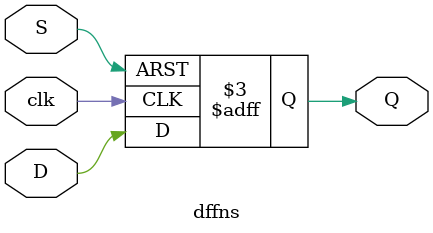
<source format=v>
module dffns(D,clk,S,Q);
input D;      // Data input 
input clk;    // clock input 
input S;      // set input 
output reg Q;     // output Q 

always @(negedge clk or negedge S) 

begin
	if (S == 1'b0) begin // set active low
            Q <= 1'b1;
	end 
	else begin
            Q <= D; 
        end
end 
endmodule 

</source>
